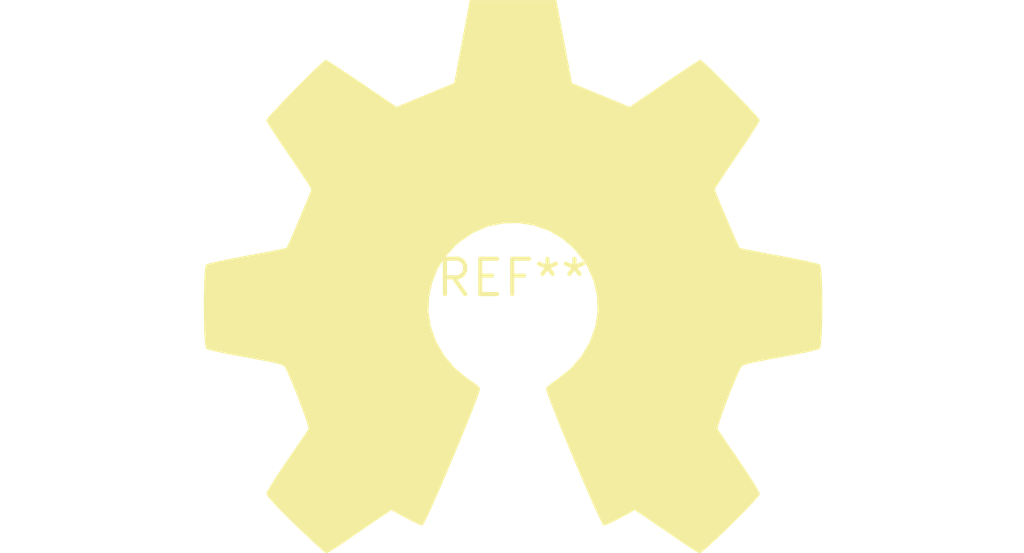
<source format=kicad_pcb>
(kicad_pcb (version 20240108) (generator pcbnew)
  (layers (0 "F.Cu" signal) (31 "B.Cu" signal) (34 "B.Paste" user) (35 "F.Paste" user) (36 "B.SilkS" user "B.Silkscreen") (37 "F.SilkS" user "F.Silkscreen") (38 "B.Mask" user) (39 "F.Mask" user) (44 "Edge.Cuts" user))
  (net 0 "")
  (footprint "OSHW-Symbol_22.3x20mm_SilkScreen" (layer "F.Cu") (at 0 0)
    (property "Reference" "REF**")
    (property "Value" "OSHW-Symbol_22.3x20mm_SilkScreen")
    (fp_poly (pts (xy 1.866338 -8.498934) (xy 2.147794 -7.005955) (xy 3.186327 -6.577837) (xy 4.224861 -6.14972) (xy 5.470755 -6.996919) (xy 5.81967 -7.232807) (xy 6.135071 -7.443425) (xy 6.402239 -7.619155) (xy 6.606456 -7.750383) (xy 6.733004 -7.827492) (xy 6.767467 -7.844118) (xy 6.829552 -7.801357) (xy 6.962221 -7.683141) (xy 7.150601 -7.504572) (xy 7.379825 -7.28075) (xy 7.635019 -7.026778) (xy 7.901315 -6.757755) (xy 8.163842 -6.488783) (xy 8.407729 -6.234963) (xy 8.618105 -6.011397) (xy 8.780101 -5.833186) (xy 8.878845 -5.71543) (xy 8.902451 -5.676021) (xy 8.868478 -5.603368) (xy 8.773234 -5.444199) (xy 8.626735 -5.214084) (xy 8.438993 -4.928592) (xy 8.220022 -4.603291) (xy 8.093137 -4.417748) (xy 7.861863 -4.078946) (xy 7.656352 -3.773211) (xy 7.486575 -3.515763) (xy 7.362502 -3.321819) (xy 7.294102 -3.206598) (xy 7.283823 -3.182384) (xy 7.307124 -3.113567) (xy 7.370637 -2.953181) (xy 7.464779 -2.723777) (xy 7.579966 -2.447904) (xy 7.706617 -2.148113) (xy 7.835148 -1.846954) (xy 7.955975 -1.566978) (xy 8.059515 -1.330734) (xy 8.136186 -1.160772) (xy 8.176405 -1.079643) (xy 8.178779 -1.07645) (xy 8.24193 -1.060959) (xy 8.410115 -1.0264) (xy 8.6659 -0.97617) (xy 8.991853 -0.913666) (xy 9.370541 -0.842286) (xy 9.591485 -0.801123) (xy 9.996132 -0.724079) (xy 10.361624 -0.650767) (xy 10.669468 -0.585198) (xy 10.901174 -0.531385) (xy 11.038253 -0.493339) (xy 11.065809 -0.481268) (xy 11.092797 -0.399565) (xy 11.114573 -0.215039) (xy 11.131151 0.05073) (xy 11.142546 0.376166) (xy 11.148773 0.73969) (xy 11.149845 1.119725) (xy 11.145779 1.494692) (xy 11.136589 1.843014) (xy 11.122289 2.143113) (xy 11.102895 2.373411) (xy 11.078421 2.512329) (xy 11.063742 2.541249) (xy 10.975998 2.575913) (xy 10.790072 2.62547) (xy 10.530558 2.684098) (xy 10.222049 2.745976) (xy 10.114355 2.765994) (xy 9.595119 2.861102) (xy 9.18496 2.937697) (xy 8.870325 2.998821) (xy 8.637663 3.047521) (xy 8.473419 3.086839) (xy 8.364043 3.11982) (xy 8.295981 3.149509) (xy 8.255681 3.17895) (xy 8.250043 3.184769) (xy 8.193758 3.278499) (xy 8.107895 3.460911) (xy 8.001029 3.709667) (xy 7.881731 4.002432) (xy 7.758576 4.316869) (xy 7.640138 4.630641) (xy 7.534988 4.921412) (xy 7.451702 5.166846) (xy 7.398853 5.344606) (xy 7.385013 5.432355) (xy 7.386167 5.435429) (xy 7.43306 5.507152) (xy 7.539442 5.664962) (xy 7.694133 5.892432) (xy 7.885955 6.173137) (xy 8.103728 6.49065) (xy 8.165747 6.580881) (xy 8.386882 6.908006) (xy 8.581472 7.206477) (xy 8.738915 7.459153) (xy 8.848613 7.648896) (xy 8.899964 7.758567) (xy 8.902451 7.772041) (xy 8.859306 7.842859) (xy 8.74009 7.983151) (xy 8.560127 8.177841) (xy 8.334743 8.41185) (xy 8.079264 8.670101) (xy 7.809015 8.937515) (xy 7.539322 9.199014) (xy 7.28551 9.439522) (xy 7.062906 9.64396) (xy 6.886834 9.79725) (xy 6.77262 9.884314) (xy 6.741024 9.898529) (xy 6.667479 9.865048) (xy 6.516904 9.774748) (xy 6.313825 9.642839) (xy 6.157577 9.536667) (xy 5.874463 9.34185) (xy 5.539187 9.11246) (xy 5.202888 8.883438) (xy 5.022083 8.760865) (xy 4.410097 8.346925) (xy 3.896377 8.624688) (xy 3.66234 8.74637) (xy 3.463326 8.840951) (xy 3.328669 8.894895) (xy 3.294393 8.902402) (xy 3.253176 8.846981) (xy 3.171863 8.690373) (xy 3.056522 8.447021) (xy 2.913225 8.131373) (xy 2.748041 7.757873) (xy 2.56704 7.340968) (xy 2.376292 6.895104) (xy 2.181867 6.434726) (xy 1.989835 5.97428) (xy 1.806267 5.528211) (xy 1.637232 5.110967) (xy 1.4888 4.736992) (xy 1.367042 4.420732) (xy 1.278027 4.176633) (xy 1.227825 4.019141) (xy 1.219751 3.965052) (xy 1.283742 3.896059) (xy 1.423847 3.784063) (xy 1.610779 3.652334) (xy 1.626468 3.641911) (xy 2.109613 3.255171) (xy 2.499186 2.803976) (xy 2.791812 2.302755) (xy 2.984114 1.765934) (xy 3.072717 1.207941) (xy 3.054244 0.643202) (xy 2.925319 0.086146) (xy 2.682566 -0.448802) (xy 2.611146 -0.565842) (xy 2.239671 -1.038455) (xy 1.800818 -1.417971) (xy 1.309776 -1.702415) (xy 0.781734 -1.889814) (xy 0.231883 -1.978195) (xy -0.32459 -1.965582) (xy -0.872496 -1.850004) (xy -1.396644 -1.629486) (xy -1.881846 -1.302054) (xy -2.031933 -1.169157) (xy -2.413912 -0.753153) (xy -2.692256 -0.31522) (xy -2.883191 0.175664) (xy -2.989532 0.661792) (xy -3.015783 1.208353) (xy -2.928248 1.757628) (xy -2.735817 2.29105) (xy -2.447382 2.790053) (xy -2.071835 3.236072) (xy -1.618067 3.610541) (xy -1.558431 3.650013) (xy -1.369496 3.779279) (xy -1.225871 3.89128) (xy -1.157206 3.962791) (xy -1.156207 3.965052) (xy -1.170949 4.042409) (xy -1.229386 4.217977) (xy -1.325446 4.477313) (xy -1.453056 4.805973) (xy -1.606144 5.189517) (xy -1.778638 5.613501) (xy -1.964465 6.063483) (xy -2.157553 6.525019) (xy -2.351829 6.983669) (xy -2.541221 7.424988) (xy -2.719656 7.834535) (xy -2.881063 8.197868) (xy -3.019368 8.500543) (xy -3.128499 8.728117) (xy -3.202384 8.86615) (xy -3.232138 8.902402) (xy -3.323056 8.874172) (xy -3.493174 8.798461) (xy -3.713158 8.688799) (xy -3.834123 8.624688) (xy -4.347842 8.346925) (xy -4.959828 8.760865) (xy -5.272233 8.972923) (xy -5.614262 9.206288) (xy -5.934778 9.42602) (xy -6.095322 9.536667) (xy -6.321121 9.688294) (xy -6.512321 9.808451) (xy -6.64398 9.881923) (xy -6.686744 9.897455) (xy -6.748986 9.855556) (xy -6.886737 9.73859) (xy -7.086642 9.558699) (xy -7.335348 9.32803) (xy -7.619498 9.058725) (xy -7.79921 8.885813) (xy -8.113621 8.576891) (xy -8.385341 8.300584) (xy -8.603387 8.068712) (xy -8.756775 7.893093) (xy -8.834521 7.785548) (xy -8.84198 7.763724) (xy -8.807367 7.680708) (xy -8.711719 7.512855) (xy -8.565645 7.277158) (xy -8.379756 6.990611) (xy -8.164661 6.670207) (xy -8.103493 6.580881) (xy -7.880613 6.256222) (xy -7.680655 5.963921) (xy -7.514798 5.720404) (xy -7.394222 5.542097) (xy -7.330106 5.445425) (xy -7.323912 5.435429) (xy -7.333175 5.358386) (xy -7.382345 5.188997) (xy -7.462849 4.949597) (xy -7.566112 4.662522) (xy -7.683562 4.35011) (xy -7.806625 4.034697) (xy -7.926728 3.738619) (xy -8.035297 3.484212) (xy -8.123758 3.293814) (xy -8.183539 3.18976) (xy -8.187788 3.184769) (xy -8.224344 3.155031) (xy -8.286087 3.125623) (xy -8.386568 3.093502) (xy -8.539341 3.055622) (xy -8.757957 3.00894) (xy -9.055969 2.950411) (xy -9.44693 2.876991) (xy -9.944392 2.785636) (xy -10.0521 2.765994) (xy -10.371323 2.704318) (xy -10.649616 2.643982) (xy -10.862386 2.590808) (xy -10.98504 2.550619) (xy -11.001487 2.541249) (xy -11.028588 2.458183) (xy -11.050617 2.272553) (xy -11.067559 2.005938) (xy -11.0794 1.679917) (xy -11.086124 1.316066) (xy -11.087716 0.935964) (xy -11.084163 0.561189) (xy -11.075449 0.213318) (xy -11.061559 -0.08607) (xy -11.042479 -0.315397) (xy -11.018194 -0.453087) (xy -11.003554 -0.481268) (xy -10.922049 -0.509694) (xy -10.736454 -0.555941) (xy -10.46526 -0.615995) (xy -10.126957 -0.685846) (xy -9.740036 -0.761481) (xy -9.52923 -0.801123) (xy -9.129259 -0.875892) (xy -8.772581 -0.943625) (xy -8.476629 -1.000924) (xy -8.258837 -1.044393) (xy -8.136636 -1.070633) (xy -8.116524 -1.07645) (xy -8.082532 -1.142036) (xy -8.010676 -1.300012) (xy -7.910536 -1.527809) (xy -7.791688 -1.802858) (xy -7.663711 -2.102589) (xy -7.536184 -2.404433) (xy -7.418684 -2.685823) (xy -7.320788 -2.924187) (xy -7.252077 -3.096958) (xy -7.222126 -3.181566) (xy -7.221569 -3.185264) (xy -7.255522 -3.252008) (xy -7.350711 -3.405601) (xy -7.497132 -3.630779) (xy -7.684779 -3.912276) (xy -7.903648 -4.234826) (xy -8.030882 -4.420098) (xy -8.262727 -4.759808) (xy -8.468647 -5.068228) (xy -8.638597 -5.329757) (xy -8.762528 -5.528794) (xy -8.830394 -5.649734) (xy -8.840196 -5.676846) (xy -8.798062 -5.739951) (xy -8.681579 -5.87469) (xy -8.505628 -6.065969) (xy -8.285086 -6.298692) (xy -8.034835 -6.557764) (xy -7.769754 -6.828091) (xy -7.504722 -7.094577) (xy -7.254619 -7.342127) (xy -7.034324 -7.555646) (xy -6.858717 -7.720039) (xy -6.742678 -7.820211) (xy -6.703858 -7.844118) (xy -6.640651 -7.810502) (xy -6.489471 -7.716062) (xy -6.265019 -7.570412) (xy -5.981992 -7.383166) (xy -5.65509 -7.163937) (xy -5.4085 -6.996919) (xy -4.162606 -6.14972) (xy -3.124073 -6.577837) (xy -2.085539 -7.005955) (xy -1.804083 -8.498934) (xy -1.522627 -9.991912) (xy 1.584882 -9.991912) (xy 1.866338 -8.498934)) (layer "F.SilkS") (stroke (width 0.01)) (fill solid))
  )
)
</source>
